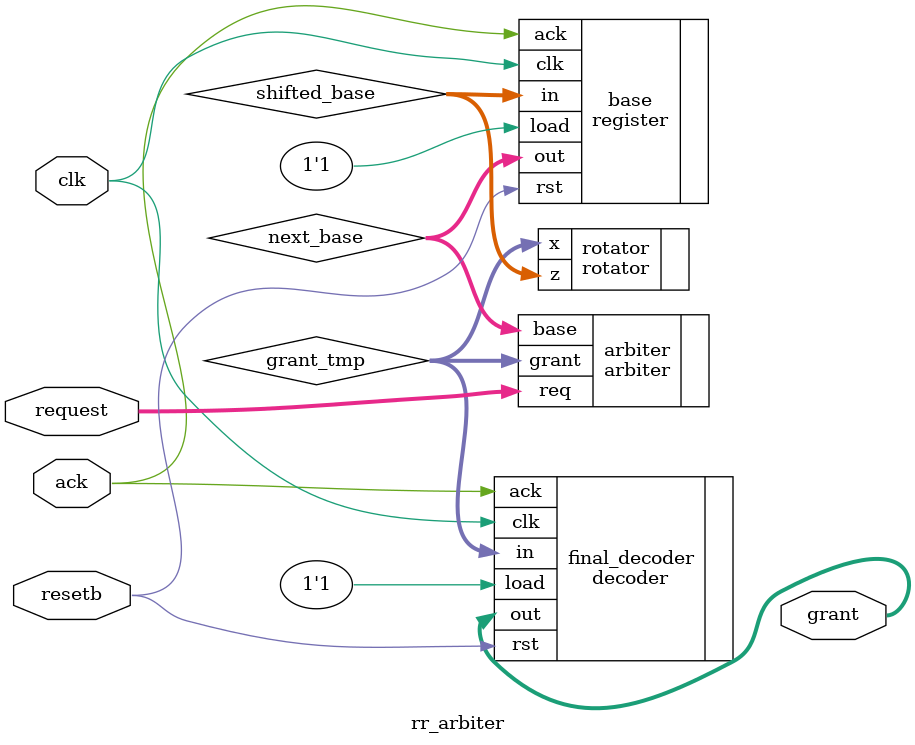
<source format=v>
module rr_arbiter(clk, resetb, ack, request, grant);
	parameter integer WIDTH = 4;
	input clk, resetb, ack;
	input [WIDTH - 1:0] request;
	output [WIDTH - 1:0] grant;

	wire [WIDTH - 1:0] next_base;
	wire [WIDTH - 1:0] grant_tmp;
	wire [WIDTH - 1:0] shifted_base;
	
	rotator rotator(.x(grant_tmp), .z(shifted_base));
	
	register base(.clk(clk), .rst(resetb), .ack(ack), .load(1'b1), .in(shifted_base), .out(next_base));

	arbiter arbiter(.req(request), .grant(grant_tmp), .base(next_base));

	decoder final_decoder(.clk(clk), .rst(resetb), .ack(ack), .load(1'b1), .in(grant_tmp), .out(grant));

endmodule

</source>
